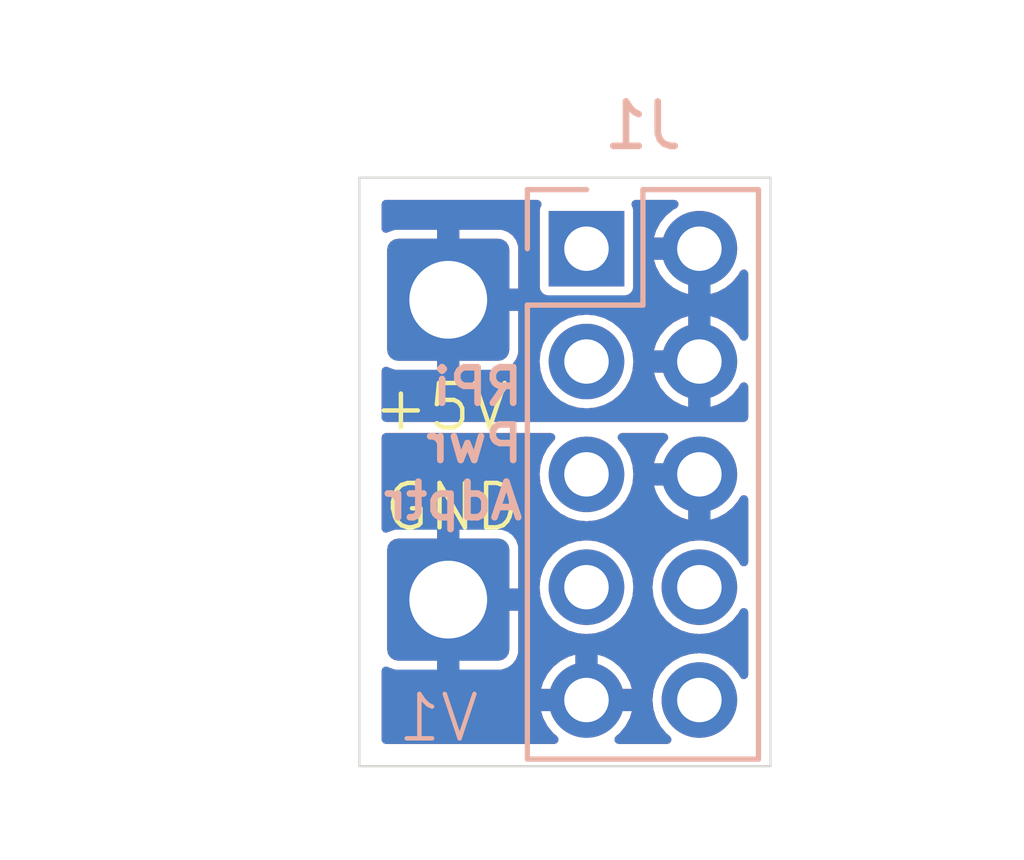
<source format=kicad_pcb>
(kicad_pcb (version 20240108) (generator "pcbnew") (generator_version "8.0")
  (layers (0 "F.Cu" signal) (31 "B.Cu" signal) (34 "B.Paste" user) (35 "F.Paste" user) (36 "B.SilkS" user "B.Silkscreen") (37 "F.SilkS" user "F.Silkscreen") (38 "B.Mask" user) (39 "F.Mask" user) (44 "Edge.Cuts" user))
  (net 0 "")
  (net 1 "/GPIO 15 (RXD)")
  (net 2 "/GPIO 4")
  (net 3 "/GPIO 2(SDA)")
  (net 4 "/GPIO 14 (TXD)")
  (net 5 "+5V")
  (net 6 "GND")
  (net 7 "+3.3V")
  (net 8 "/GPIO 3(SCL)")
  (footprint "Connector_Wire:SolderWire-1sqmm_1x01_D1.4mm_OD2.7mm" (layer "F.Cu") (at 57 116.25)
    (property "Reference" "TP2" (hide yes))
    (property "Value" "TestPoint")
    (pad "1" thru_hole roundrect (at 0 0) (size 2.75 2.75) (drill 1.75) (layers "*.Cu" "*.Mask") (roundrect_rratio 0.09090909091) (net 6 "GND"))
  )
  (footprint "Connector_Wire:SolderWire-1sqmm_1x01_D1.4mm_OD2.7mm" (layer "F.Cu") (at 57 109.5)
    (property "Reference" "TP1" (hide yes))
    (property "Value" "TestPoint")
    (pad "1" thru_hole roundrect (at 0 0) (size 2.75 2.75) (drill 1.75) (layers "*.Cu" "*.Mask") (roundrect_rratio 0.09090909091) (net 5 "+5V"))
  )
  (footprint "Connector_PinSocket_2.54mm:PinSocket_2x05_P2.54mm_Vertical" (layer "B.Cu") (at 60.11 108.35 180)
    (property "Reference" "J1" (at -1.27 2.77 180) (layer "B.SilkS") (effects (justify mirror)))
    (property "Value" "Conn_02x05_Odd_Even")
    (fp_line (start 1.33 1.33) (end 0 1.33) (stroke (width 0.12)) (layer "B.SilkS"))
    (fp_line (start 1.33 0) (end 1.33 1.33) (stroke (width 0.12)) (layer "B.SilkS"))
    (fp_line (start 1.33 -1.27) (end -1.27 -1.27) (stroke (width 0.12)) (layer "B.SilkS"))
    (fp_line (start 1.33 -11.49) (end 1.33 -1.27) (stroke (width 0.12)) (layer "B.SilkS"))
    (fp_line (start 1.33 -11.49) (end -3.87 -11.49) (stroke (width 0.12)) (layer "B.SilkS"))
    (fp_line (start -1.27 1.33) (end -3.87 1.33) (stroke (width 0.12)) (layer "B.SilkS"))
    (fp_line (start -1.27 -1.27) (end -1.27 1.33) (stroke (width 0.12)) (layer "B.SilkS"))
    (fp_line (start -3.87 -11.49) (end -3.87 1.33) (stroke (width 0.12)) (layer "B.SilkS"))
    (pad "1" thru_hole rect (at 0 0 180) (size 1.7 1.7) (drill 1) (layers "*.Cu" "*.Mask") (net 7 "+3.3V"))
    (pad "2" thru_hole oval (at -2.54 0 180) (size 1.7 1.7) (drill 1) (layers "*.Cu" "*.Mask") (net 5 "+5V"))
    (pad "3" thru_hole oval (at 0 -2.54 180) (size 1.7 1.7) (drill 1) (layers "*.Cu" "*.Mask") (net 3 "/GPIO 2(SDA)"))
    (pad "4" thru_hole oval (at -2.54 -2.54 180) (size 1.7 1.7) (drill 1) (layers "*.Cu" "*.Mask") (net 5 "+5V"))
    (pad "5" thru_hole oval (at 0 -5.08 180) (size 1.7 1.7) (drill 1) (layers "*.Cu" "*.Mask") (net 8 "/GPIO 3(SCL)"))
    (pad "6" thru_hole oval (at -2.54 -5.08 180) (size 1.7 1.7) (drill 1) (layers "*.Cu" "*.Mask") (net 6 "GND"))
    (pad "7" thru_hole oval (at 0 -7.62 180) (size 1.7 1.7) (drill 1) (layers "*.Cu" "*.Mask") (net 2 "/GPIO 4"))
    (pad "8" thru_hole oval (at -2.54 -7.62 180) (size 1.7 1.7) (drill 1) (layers "*.Cu" "*.Mask") (net 4 "/GPIO 14 (TXD)"))
    (pad "9" thru_hole oval (at 0 -10.16 180) (size 1.7 1.7) (drill 1) (layers "*.Cu" "*.Mask") (net 6 "GND"))
    (pad "10" thru_hole oval (at -2.54 -10.16 180) (size 1.7 1.7) (drill 1) (layers "*.Cu" "*.Mask") (net 1 "/GPIO 15 (RXD)"))
  )
  (gr_rect (start 55 106.75) (end 64.25 120) (stroke (width 0.05)) (fill none) (layer "Edge.Cuts"))
  (gr_text "RPi\nPwr\nAdptr" (at 58.75 114.5 0) (layer "B.SilkS") (effects (font (size 0.8 0.8) (thickness 0.15) (bold yes)) (justify left bottom mirror)))
  (gr_text "V1" (at 57.75 119.5 -0) (layer "B.SilkS") (effects (font (size 1 1) (thickness 0.1)) (justify left bottom mirror)))
  (gr_text "GND" (at 55.5 114.75 0) (layer "F.SilkS") (effects (font (size 1 1) (thickness 0.1)) (justify left bottom)))
  (gr_text "+5V" (at 55.25 112.5 0) (layer "F.SilkS") (effects (font (size 1 1) (thickness 0.1)) (justify left bottom)))
  (zone (net 5) (net_name "+5V") (layers "F&B.Cu") (connect_pads (clearance 0.2)) (min_thickness 0.2) (fill yes (thermal_gap 0.2) (thermal_bridge_width 0.5))
    (polygon (pts (xy 55 106.75) (xy 55 112.25) (xy 64.5 112.25) (xy 64.5 106.75)))
  )
  (zone (net 6) (net_name "GND") (layers "F&B.Cu") (connect_pads (clearance 0.2)) (min_thickness 0.2) (fill yes (thermal_gap 0.2) (thermal_bridge_width 0.5))
    (polygon (pts (xy 55 112.5) (xy 55 120) (xy 64.5 120) (xy 64.5 112.5)))
  )
)
</source>
